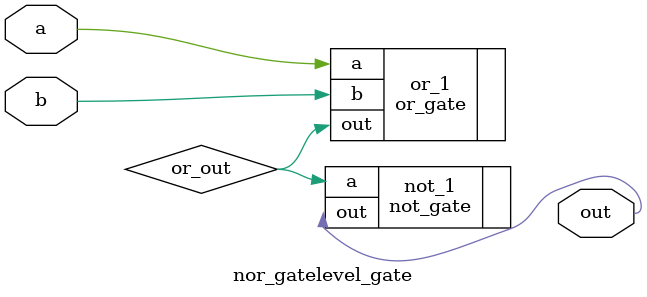
<source format=v>
`include "or_gate.v"
`include "not_gate.v"

module nor_gatelevel_gate (a, b, out); 
	
	input a, b;

	output out;

	wire or_out;
	
	or_gate or_1 (.a(a), .b(b), .out(or_out));
	not_gate not_1 (.a(or_out), .out(out));
	
endmodule
</source>
